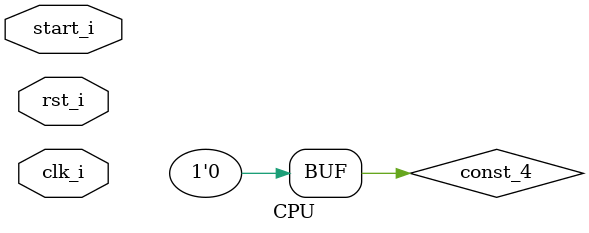
<source format=v>
module CPU
(
    clk_i, 
    rst_i,
    start_i
);

// Ports
input               clk_i;
input               rst_i;
input               start_i;

wire pc_o, const_4 = 3'b100, adder_o, ALUSrc, RegWrite;
wire [31:0] instruction_memory_o, register_data_2, sign_extend_o, mux_o;
wire [1:0] ALUOp;
wire [2:0] alu_control_o;

Control Control(
    .Op_i       (instruction_memory_o[6:0]),
    .ALUOp_o    (ALUOp),
    .ALUSrc_o   (ALUSrc),
    .RegWrite_o (RegWrite)
);

Adder Add_PC(
    .data1_in   (pc_o),
    .data2_in   (const_4),
    .data_o     (adder_o)
);

PC PC(
    .clk_i      (clk_i),
    .rst_i      (rst_i),
    .start_i    (start_i),
    .pc_i       (adder_o),
    .pc_o       (pc_o)
);

Instruction_Memory Instruction_Memory(
    .addr_i     (pc_o), 
    .instr_o    (instruction_memory_o)
);

Registers Registers(
    .clk_i      (clk_i),
    .RS1addr_i   (),
    .RS2addr_i   (),
    .RDaddr_i   (), 
    .RDdata_i   (),
    .RegWrite_i (), 
    .RS1data_o   (), 
    .RS2data_o   () 
);

MUX32 MUX_ALUSrc(
    .data1_i    (register_data_2),
    .data2_i    (sign_extend_o),
    .select_i   (ALUSrc),
    .data_o     (mux_o)
);

Sign_Extend Sign_Extend(
    .data_i     (),
    .data_o     ()
);
  
/*
ALU ALU(
    .data1_i    (),
    .data2_i    (),
    .ALUCtrl_i  (),
    .data_o     (),
    .Zero_o     ()
);
*/

ALU_Control ALU_Control(
    .funct_i    ({instruction_memory_o[31:25], instruction_memory_o[14:12]}),
    .ALUOp_i    (ALUOp[6:5]),
    .ALUCtrl_o  (alu_control_o)
);

endmodule


</source>
